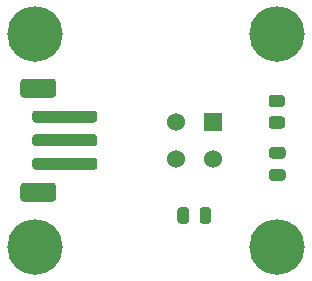
<source format=gbr>
G04 #@! TF.GenerationSoftware,KiCad,Pcbnew,5.1.9*
G04 #@! TF.CreationDate,2021-01-10T12:08:52+01:00*
G04 #@! TF.ProjectId,detectorHolder,64657465-6374-46f7-9248-6f6c6465722e,rev?*
G04 #@! TF.SameCoordinates,Original*
G04 #@! TF.FileFunction,Soldermask,Top*
G04 #@! TF.FilePolarity,Negative*
%FSLAX46Y46*%
G04 Gerber Fmt 4.6, Leading zero omitted, Abs format (unit mm)*
G04 Created by KiCad (PCBNEW 5.1.9) date 2021-01-10 12:08:52*
%MOMM*%
%LPD*%
G01*
G04 APERTURE LIST*
%ADD10C,4.700000*%
%ADD11C,1.524000*%
%ADD12R,1.500000X1.500000*%
G04 APERTURE END LIST*
G36*
G01*
X125418002Y-100543000D02*
X124517998Y-100543000D01*
G75*
G02*
X124268000Y-100293002I0J249998D01*
G01*
X124268000Y-99767998D01*
G75*
G02*
X124517998Y-99518000I249998J0D01*
G01*
X125418002Y-99518000D01*
G75*
G02*
X125668000Y-99767998I0J-249998D01*
G01*
X125668000Y-100293002D01*
G75*
G02*
X125418002Y-100543000I-249998J0D01*
G01*
G37*
G36*
G01*
X125418002Y-102368000D02*
X124517998Y-102368000D01*
G75*
G02*
X124268000Y-102118002I0J249998D01*
G01*
X124268000Y-101592998D01*
G75*
G02*
X124517998Y-101343000I249998J0D01*
G01*
X125418002Y-101343000D01*
G75*
G02*
X125668000Y-101592998I0J-249998D01*
G01*
X125668000Y-102118002D01*
G75*
G02*
X125418002Y-102368000I-249998J0D01*
G01*
G37*
G36*
G01*
X125469250Y-104903000D02*
X124556750Y-104903000D01*
G75*
G02*
X124313000Y-104659250I0J243750D01*
G01*
X124313000Y-104171750D01*
G75*
G02*
X124556750Y-103928000I243750J0D01*
G01*
X125469250Y-103928000D01*
G75*
G02*
X125713000Y-104171750I0J-243750D01*
G01*
X125713000Y-104659250D01*
G75*
G02*
X125469250Y-104903000I-243750J0D01*
G01*
G37*
G36*
G01*
X125469250Y-106778000D02*
X124556750Y-106778000D01*
G75*
G02*
X124313000Y-106534250I0J243750D01*
G01*
X124313000Y-106046750D01*
G75*
G02*
X124556750Y-105803000I243750J0D01*
G01*
X125469250Y-105803000D01*
G75*
G02*
X125713000Y-106046750I0J-243750D01*
G01*
X125713000Y-106534250D01*
G75*
G02*
X125469250Y-106778000I-243750J0D01*
G01*
G37*
G36*
G01*
X106013000Y-99753000D02*
X103513000Y-99753000D01*
G75*
G02*
X103263000Y-99503000I0J250000D01*
G01*
X103263000Y-98403000D01*
G75*
G02*
X103513000Y-98153000I250000J0D01*
G01*
X106013000Y-98153000D01*
G75*
G02*
X106263000Y-98403000I0J-250000D01*
G01*
X106263000Y-99503000D01*
G75*
G02*
X106013000Y-99753000I-250000J0D01*
G01*
G37*
G36*
G01*
X106013000Y-108553000D02*
X103513000Y-108553000D01*
G75*
G02*
X103263000Y-108303000I0J250000D01*
G01*
X103263000Y-107203000D01*
G75*
G02*
X103513000Y-106953000I250000J0D01*
G01*
X106013000Y-106953000D01*
G75*
G02*
X106263000Y-107203000I0J-250000D01*
G01*
X106263000Y-108303000D01*
G75*
G02*
X106013000Y-108553000I-250000J0D01*
G01*
G37*
G36*
G01*
X109513000Y-101853000D02*
X104513000Y-101853000D01*
G75*
G02*
X104263000Y-101603000I0J250000D01*
G01*
X104263000Y-101103000D01*
G75*
G02*
X104513000Y-100853000I250000J0D01*
G01*
X109513000Y-100853000D01*
G75*
G02*
X109763000Y-101103000I0J-250000D01*
G01*
X109763000Y-101603000D01*
G75*
G02*
X109513000Y-101853000I-250000J0D01*
G01*
G37*
G36*
G01*
X109513000Y-103853000D02*
X104513000Y-103853000D01*
G75*
G02*
X104263000Y-103603000I0J250000D01*
G01*
X104263000Y-103103000D01*
G75*
G02*
X104513000Y-102853000I250000J0D01*
G01*
X109513000Y-102853000D01*
G75*
G02*
X109763000Y-103103000I0J-250000D01*
G01*
X109763000Y-103603000D01*
G75*
G02*
X109513000Y-103853000I-250000J0D01*
G01*
G37*
G36*
G01*
X109513000Y-105853000D02*
X104513000Y-105853000D01*
G75*
G02*
X104263000Y-105603000I0J250000D01*
G01*
X104263000Y-105103000D01*
G75*
G02*
X104513000Y-104853000I250000J0D01*
G01*
X109513000Y-104853000D01*
G75*
G02*
X109763000Y-105103000I0J-250000D01*
G01*
X109763000Y-105603000D01*
G75*
G02*
X109513000Y-105853000I-250000J0D01*
G01*
G37*
D10*
X125013000Y-112353000D03*
X125013000Y-94353000D03*
X104513000Y-112353000D03*
X104513000Y-94353000D03*
G36*
G01*
X117533000Y-109271750D02*
X117533000Y-110184250D01*
G75*
G02*
X117289250Y-110428000I-243750J0D01*
G01*
X116801750Y-110428000D01*
G75*
G02*
X116558000Y-110184250I0J243750D01*
G01*
X116558000Y-109271750D01*
G75*
G02*
X116801750Y-109028000I243750J0D01*
G01*
X117289250Y-109028000D01*
G75*
G02*
X117533000Y-109271750I0J-243750D01*
G01*
G37*
G36*
G01*
X119408000Y-109271750D02*
X119408000Y-110184250D01*
G75*
G02*
X119164250Y-110428000I-243750J0D01*
G01*
X118676750Y-110428000D01*
G75*
G02*
X118433000Y-110184250I0J243750D01*
G01*
X118433000Y-109271750D01*
G75*
G02*
X118676750Y-109028000I243750J0D01*
G01*
X119164250Y-109028000D01*
G75*
G02*
X119408000Y-109271750I0J-243750D01*
G01*
G37*
D11*
X116433000Y-104928000D03*
X116433000Y-101828000D03*
X119533000Y-104928000D03*
D12*
X119533000Y-101828000D03*
M02*

</source>
